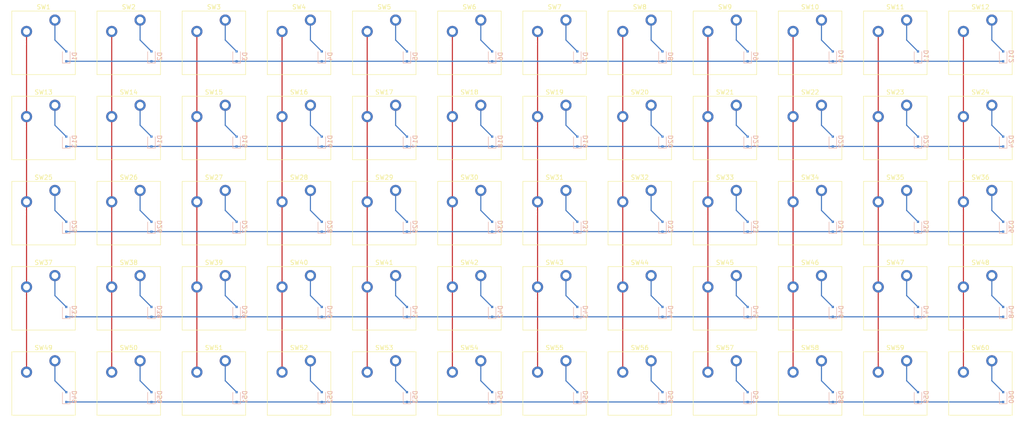
<source format=kicad_pcb>
(kicad_pcb (version 20221018) (generator pcbnew)
  (layers (0 "F.Cu" signal) (31 "B.Cu" signal) (34 "B.Paste" user) (35 "F.Paste" user) (36 "B.SilkS" user "B.Silkscreen") (37 "F.SilkS" user "F.Silkscreen") (38 "B.Mask" user) (39 "F.Mask" user) (44 "Edge.Cuts" user))
  (net 0 "")
  (net 1 "COL0")
  (net 2 "ROW0")
  (net 3 "Net-(D1)-Pad2")
  (net 4 "COL1")
  (net 5 "Net-(D2)-Pad2")
  (net 6 "COL2")
  (net 7 "Net-(D3)-Pad2")
  (net 8 "COL3")
  (net 9 "Net-(D4)-Pad2")
  (net 10 "COL4")
  (net 11 "Net-(D5)-Pad2")
  (net 12 "COL5")
  (net 13 "Net-(D6)-Pad2")
  (net 14 "COL6")
  (net 15 "Net-(D7)-Pad2")
  (net 16 "COL7")
  (net 17 "Net-(D8)-Pad2")
  (net 18 "COL8")
  (net 19 "Net-(D9)-Pad2")
  (net 20 "COL9")
  (net 21 "Net-(D10)-Pad2")
  (net 22 "COL10")
  (net 23 "Net-(D11)-Pad2")
  (net 24 "COL11")
  (net 25 "Net-(D12)-Pad2")
  (net 26 "ROW1")
  (net 27 "Net-(D13)-Pad2")
  (net 28 "Net-(D14)-Pad2")
  (net 29 "Net-(D15)-Pad2")
  (net 30 "Net-(D16)-Pad2")
  (net 31 "Net-(D17)-Pad2")
  (net 32 "Net-(D18)-Pad2")
  (net 33 "Net-(D19)-Pad2")
  (net 34 "Net-(D20)-Pad2")
  (net 35 "Net-(D21)-Pad2")
  (net 36 "Net-(D22)-Pad2")
  (net 37 "Net-(D23)-Pad2")
  (net 38 "Net-(D24)-Pad2")
  (net 39 "ROW2")
  (net 40 "Net-(D25)-Pad2")
  (net 41 "Net-(D26)-Pad2")
  (net 42 "Net-(D27)-Pad2")
  (net 43 "Net-(D28)-Pad2")
  (net 44 "Net-(D29)-Pad2")
  (net 45 "Net-(D30)-Pad2")
  (net 46 "Net-(D31)-Pad2")
  (net 47 "Net-(D32)-Pad2")
  (net 48 "Net-(D33)-Pad2")
  (net 49 "Net-(D34)-Pad2")
  (net 50 "Net-(D35)-Pad2")
  (net 51 "Net-(D36)-Pad2")
  (net 52 "ROW3")
  (net 53 "Net-(D37)-Pad2")
  (net 54 "Net-(D38)-Pad2")
  (net 55 "Net-(D39)-Pad2")
  (net 56 "Net-(D40)-Pad2")
  (net 57 "Net-(D41)-Pad2")
  (net 58 "Net-(D42)-Pad2")
  (net 59 "Net-(D43)-Pad2")
  (net 60 "Net-(D44)-Pad2")
  (net 61 "Net-(D45)-Pad2")
  (net 62 "Net-(D46)-Pad2")
  (net 63 "Net-(D47)-Pad2")
  (net 64 "Net-(D48)-Pad2")
  (net 65 "ROW4")
  (net 66 "Net-(D49)-Pad2")
  (net 67 "Net-(D50)-Pad2")
  (net 68 "Net-(D51)-Pad2")
  (net 69 "Net-(D52)-Pad2")
  (net 70 "Net-(D53)-Pad2")
  (net 71 "Net-(D54)-Pad2")
  (net 72 "Net-(D55)-Pad2")
  (net 73 "Net-(D56)-Pad2")
  (net 74 "Net-(D57)-Pad2")
  (net 75 "Net-(D58)-Pad2")
  (net 76 "Net-(D59)-Pad2")
  (net 77 "Net-(D60)-Pad2")
  (footprint "SW_Cherry_MX_PCB_1.00u" (layer "F.Cu") (at 167.875 34.525)
    (fp_text reference "SW8")
    (fp_text value "SW_Cherry_MX_PCB_1.00u")
  )
  (footprint "SW_Cherry_MX_PCB_1.00u" (layer "F.Cu") (at 91.675 110.725)
    (fp_text reference "SW52")
    (fp_text value "SW_Cherry_MX_PCB_1.00u")
  )
  (footprint "SW_Cherry_MX_PCB_1.00u" (layer "F.Cu") (at 129.775 110.725)
    (fp_text reference "SW54")
    (fp_text value "SW_Cherry_MX_PCB_1.00u")
  )
  (footprint "SW_Cherry_MX_PCB_1.00u" (layer "F.Cu") (at 129.775 53.575)
    (fp_text reference "SW18")
    (fp_text value "SW_Cherry_MX_PCB_1.00u")
  )
  (footprint "SW_Cherry_MX_PCB_1.00u" (layer "F.Cu") (at 53.575 34.525)
    (fp_text reference "SW2")
    (fp_text value "SW_Cherry_MX_PCB_1.00u")
  )
  (footprint "SW_Cherry_MX_PCB_1.00u" (layer "F.Cu") (at 34.525 91.675)
    (fp_text reference "SW37")
    (fp_text value "SW_Cherry_MX_PCB_1.00u")
  )
  (footprint "SW_Cherry_MX_PCB_1.00u" (layer "F.Cu") (at 186.925 34.525)
    (fp_text reference "SW9")
    (fp_text value "SW_Cherry_MX_PCB_1.00u")
  )
  (footprint "SW_Cherry_MX_PCB_1.00u" (layer "F.Cu") (at 225.025 34.525)
    (fp_text reference "SW11")
    (fp_text value "SW_Cherry_MX_PCB_1.00u")
  )
  (footprint "SW_Cherry_MX_PCB_1.00u" (layer "F.Cu") (at 53.575 72.625)
    (fp_text reference "SW26")
    (fp_text value "SW_Cherry_MX_PCB_1.00u")
  )
  (footprint "SW_Cherry_MX_PCB_1.00u" (layer "F.Cu") (at 91.675 53.575)
    (fp_text reference "SW16")
    (fp_text value "SW_Cherry_MX_PCB_1.00u")
  )
  (footprint "SW_Cherry_MX_PCB_1.00u" (layer "F.Cu") (at 34.525 53.575)
    (fp_text reference "SW13")
    (fp_text value "SW_Cherry_MX_PCB_1.00u")
  )
  (footprint "SW_Cherry_MX_PCB_1.00u" (layer "F.Cu") (at 72.625 34.525)
    (fp_text reference "SW3")
    (fp_text value "SW_Cherry_MX_PCB_1.00u")
  )
  (footprint "SW_Cherry_MX_PCB_1.00u" (layer "F.Cu") (at 225.025 91.675)
    (fp_text reference "SW47")
    (fp_text value "SW_Cherry_MX_PCB_1.00u")
  )
  (footprint "SW_Cherry_MX_PCB_1.00u" (layer "F.Cu") (at 244.075 34.525)
    (fp_text reference "SW12")
    (fp_text value "SW_Cherry_MX_PCB_1.00u")
  )
  (footprint "SW_Cherry_MX_PCB_1.00u" (layer "F.Cu") (at 186.925 110.725)
    (fp_text reference "SW57")
    (fp_text value "SW_Cherry_MX_PCB_1.00u")
  )
  (footprint "SW_Cherry_MX_PCB_1.00u" (layer "F.Cu") (at 225.025 53.575)
    (fp_text reference "SW23")
    (fp_text value "SW_Cherry_MX_PCB_1.00u")
  )
  (footprint "SW_Cherry_MX_PCB_1.00u" (layer "F.Cu") (at 91.675 72.625)
    (fp_text reference "SW28")
    (fp_text value "SW_Cherry_MX_PCB_1.00u")
  )
  (footprint "SW_Cherry_MX_PCB_1.00u" (layer "F.Cu") (at 72.625 91.675)
    (fp_text reference "SW39")
    (fp_text value "SW_Cherry_MX_PCB_1.00u")
  )
  (footprint "SW_Cherry_MX_PCB_1.00u" (layer "F.Cu") (at 167.875 53.575)
    (fp_text reference "SW20")
    (fp_text value "SW_Cherry_MX_PCB_1.00u")
  )
  (footprint "SW_Cherry_MX_PCB_1.00u" (layer "F.Cu") (at 53.575 91.675)
    (fp_text reference "SW38")
    (fp_text value "SW_Cherry_MX_PCB_1.00u")
  )
  (footprint "SW_Cherry_MX_PCB_1.00u" (layer "F.Cu") (at 110.725 72.625)
    (fp_text reference "SW29")
    (fp_text value "SW_Cherry_MX_PCB_1.00u")
  )
  (footprint "SW_Cherry_MX_PCB_1.00u" (layer "F.Cu") (at 110.725 91.675)
    (fp_text reference "SW41")
    (fp_text value "SW_Cherry_MX_PCB_1.00u")
  )
  (footprint "SW_Cherry_MX_PCB_1.00u" (layer "F.Cu") (at 148.825 72.625)
    (fp_text reference "SW31")
    (fp_text value "SW_Cherry_MX_PCB_1.00u")
  )
  (footprint "SW_Cherry_MX_PCB_1.00u" (layer "F.Cu") (at 205.975 34.525)
    (fp_text reference "SW10")
    (fp_text value "SW_Cherry_MX_PCB_1.00u")
  )
  (footprint "SW_Cherry_MX_PCB_1.00u" (layer "F.Cu") (at 205.975 53.575)
    (fp_text reference "SW22")
    (fp_text value "SW_Cherry_MX_PCB_1.00u")
  )
  (footprint "SW_Cherry_MX_PCB_1.00u" (layer "F.Cu") (at 129.775 34.525)
    (fp_text reference "SW6")
    (fp_text value "SW_Cherry_MX_PCB_1.00u")
  )
  (footprint "SW_Cherry_MX_PCB_1.00u" (layer "F.Cu") (at 91.675 91.675)
    (fp_text reference "SW40")
    (fp_text value "SW_Cherry_MX_PCB_1.00u")
  )
  (footprint "SW_Cherry_MX_PCB_1.00u" (layer "F.Cu") (at 148.825 110.725)
    (fp_text reference "SW55")
    (fp_text value "SW_Cherry_MX_PCB_1.00u")
  )
  (footprint "SW_Cherry_MX_PCB_1.00u" (layer "F.Cu") (at 129.775 72.625)
    (fp_text reference "SW30")
    (fp_text value "SW_Cherry_MX_PCB_1.00u")
  )
  (footprint "SW_Cherry_MX_PCB_1.00u" (layer "F.Cu") (at 186.925 91.675)
    (fp_text reference "SW45")
    (fp_text value "SW_Cherry_MX_PCB_1.00u")
  )
  (footprint "SW_Cherry_MX_PCB_1.00u" (layer "F.Cu") (at 72.625 72.625)
    (fp_text reference "SW27")
    (fp_text value "SW_Cherry_MX_PCB_1.00u")
  )
  (footprint "SW_Cherry_MX_PCB_1.00u" (layer "F.Cu") (at 34.525 34.525)
    (fp_text reference "SW1")
    (fp_text value "SW_Cherry_MX_PCB_1.00u")
  )
  (footprint "SW_Cherry_MX_PCB_1.00u" (layer "F.Cu") (at 225.025 110.725)
    (fp_text reference "SW59")
    (fp_text value "SW_Cherry_MX_PCB_1.00u")
  )
  (footprint "SW_Cherry_MX_PCB_1.00u" (layer "F.Cu") (at 244.075 91.675)
    (fp_text reference "SW48")
    (fp_text value "SW_Cherry_MX_PCB_1.00u")
  )
  (footprint "SW_Cherry_MX_PCB_1.00u" (layer "F.Cu") (at 148.825 91.675)
    (fp_text reference "SW43")
    (fp_text value "SW_Cherry_MX_PCB_1.00u")
  )
  (footprint "SW_Cherry_MX_PCB_1.00u" (layer "F.Cu") (at 167.875 72.625)
    (fp_text reference "SW32")
    (fp_text value "SW_Cherry_MX_PCB_1.00u")
  )
  (footprint "SW_Cherry_MX_PCB_1.00u" (layer "F.Cu") (at 167.875 110.725)
    (fp_text reference "SW56")
    (fp_text value "SW_Cherry_MX_PCB_1.00u")
  )
  (footprint "SW_Cherry_MX_PCB_1.00u" (layer "F.Cu") (at 244.075 72.625)
    (fp_text reference "SW36")
    (fp_text value "SW_Cherry_MX_PCB_1.00u")
  )
  (footprint "SW_Cherry_MX_PCB_1.00u" (layer "F.Cu") (at 53.575 110.725)
    (fp_text reference "SW50")
    (fp_text value "SW_Cherry_MX_PCB_1.00u")
  )
  (footprint "SW_Cherry_MX_PCB_1.00u" (layer "F.Cu") (at 34.525 110.725)
    (fp_text reference "SW49")
    (fp_text value "SW_Cherry_MX_PCB_1.00u")
  )
  (footprint "SW_Cherry_MX_PCB_1.00u" (layer "F.Cu") (at 205.975 110.725)
    (fp_text reference "SW58")
    (fp_text value "SW_Cherry_MX_PCB_1.00u")
  )
  (footprint "SW_Cherry_MX_PCB_1.00u" (layer "F.Cu") (at 72.625 53.575)
    (fp_text reference "SW15")
    (fp_text value "SW_Cherry_MX_PCB_1.00u")
  )
  (footprint "SW_Cherry_MX_PCB_1.00u" (layer "F.Cu") (at 205.975 91.675)
    (fp_text reference "SW46")
    (fp_text value "SW_Cherry_MX_PCB_1.00u")
  )
  (footprint "SW_Cherry_MX_PCB_1.00u" (layer "F.Cu") (at 186.925 72.625)
    (fp_text reference "SW33")
    (fp_text value "SW_Cherry_MX_PCB_1.00u")
  )
  (footprint "SW_Cherry_MX_PCB_1.00u" (layer "F.Cu") (at 110.725 53.575)
    (fp_text reference "SW17")
    (fp_text value "SW_Cherry_MX_PCB_1.00u")
  )
  (footprint "SW_Cherry_MX_PCB_1.00u" (layer "F.Cu") (at 53.575 53.575)
    (fp_text reference "SW14")
    (fp_text value "SW_Cherry_MX_PCB_1.00u")
  )
  (footprint "SW_Cherry_MX_PCB_1.00u" (layer "F.Cu") (at 34.525 72.625)
    (fp_text reference "SW25")
    (fp_text value "SW_Cherry_MX_PCB_1.00u")
  )
  (footprint "SW_Cherry_MX_PCB_1.00u" (layer "F.Cu") (at 148.825 53.575)
    (fp_text reference "SW19")
    (fp_text value "SW_Cherry_MX_PCB_1.00u")
  )
  (footprint "SW_Cherry_MX_PCB_1.00u" (layer "F.Cu") (at 186.925 53.575)
    (fp_text reference "SW21")
    (fp_text value "SW_Cherry_MX_PCB_1.00u")
  )
  (footprint "SW_Cherry_MX_PCB_1.00u" (layer "F.Cu") (at 110.725 34.525)
    (fp_text reference "SW5")
    (fp_text value "SW_Cherry_MX_PCB_1.00u")
  )
  (footprint "SW_Cherry_MX_PCB_1.00u" (layer "F.Cu") (at 110.725 110.725)
    (fp_text reference "SW53")
    (fp_text value "SW_Cherry_MX_PCB_1.00u")
  )
  (footprint "SW_Cherry_MX_PCB_1.00u" (layer "F.Cu") (at 205.975 72.625)
    (fp_text reference "SW34")
    (fp_text value "SW_Cherry_MX_PCB_1.00u")
  )
  (footprint "SW_Cherry_MX_PCB_1.00u" (layer "F.Cu") (at 167.875 91.675)
    (fp_text reference "SW44")
    (fp_text value "SW_Cherry_MX_PCB_1.00u")
  )
  (footprint "SW_Cherry_MX_PCB_1.00u" (layer "F.Cu") (at 91.675 34.525)
    (fp_text reference "SW4")
    (fp_text value "SW_Cherry_MX_PCB_1.00u")
  )
  (footprint "SW_Cherry_MX_PCB_1.00u" (layer "F.Cu") (at 244.075 53.575)
    (fp_text reference "SW24")
    (fp_text value "SW_Cherry_MX_PCB_1.00u")
  )
  (footprint "SW_Cherry_MX_PCB_1.00u" (layer "F.Cu") (at 72.625 110.725)
    (fp_text reference "SW51")
    (fp_text value "SW_Cherry_MX_PCB_1.00u")
  )
  (footprint "SW_Cherry_MX_PCB_1.00u" (layer "F.Cu") (at 148.825 34.525)
    (fp_text reference "SW7")
    (fp_text value "SW_Cherry_MX_PCB_1.00u")
  )
  (footprint "SW_Cherry_MX_PCB_1.00u" (layer "F.Cu") (at 244.075 110.725)
    (fp_text reference "SW60")
    (fp_text value "SW_Cherry_MX_PCB_1.00u")
  )
  (footprint "SW_Cherry_MX_PCB_1.00u" (layer "F.Cu") (at 129.775 91.675)
    (fp_text reference "SW42")
    (fp_text value "SW_Cherry_MX_PCB_1.00u")
  )
  (footprint "SW_Cherry_MX_PCB_1.00u" (layer "F.Cu") (at 225.025 72.625)
    (fp_text reference "SW35")
    (fp_text value "SW_Cherry_MX_PCB_1.00u")
  )
  (footprint "D_SOD-323F" (layer "B.Cu") (at 172.955 94.705 90)
    (fp_text reference "D44")
    (fp_text value "D_SOD-323F")
  )
  (footprint "D_SOD-323F" (layer "B.Cu") (at 192.005 56.605 90)
    (fp_text reference "D21")
    (fp_text value "D_SOD-323F")
  )
  (footprint "D_SOD-323F" (layer "B.Cu") (at 134.855 37.555 90)
    (fp_text reference "D6")
    (fp_text value "D_SOD-323F")
  )
  (footprint "D_SOD-323F" (layer "B.Cu") (at 77.705 75.655 90)
    (fp_text reference "D27")
    (fp_text value "D_SOD-323F")
  )
  (footprint "D_SOD-323F" (layer "B.Cu") (at 192.005 75.655 90)
    (fp_text reference "D33")
    (fp_text value "D_SOD-323F")
  )
  (footprint "D_SOD-323F" (layer "B.Cu") (at 39.605 113.755 90)
    (fp_text reference "D49")
    (fp_text value "D_SOD-323F")
  )
  (footprint "D_SOD-323F" (layer "B.Cu") (at 77.705 37.555 90)
    (fp_text reference "D3")
    (fp_text value "D_SOD-323F")
  )
  (footprint "D_SOD-323F" (layer "B.Cu") (at 211.055 94.705 90)
    (fp_text reference "D46")
    (fp_text value "D_SOD-323F")
  )
  (footprint "D_SOD-323F" (layer "B.Cu") (at 211.055 113.755 90)
    (fp_text reference "D58")
    (fp_text value "D_SOD-323F")
  )
  (footprint "D_SOD-323F" (layer "B.Cu") (at 230.105 75.655 90)
    (fp_text reference "D35")
    (fp_text value "D_SOD-323F")
  )
  (footprint "D_SOD-323F" (layer "B.Cu") (at 39.605 94.705 90)
    (fp_text reference "D37")
    (fp_text value "D_SOD-323F")
  )
  (footprint "D_SOD-323F" (layer "B.Cu") (at 153.905 94.705 90)
    (fp_text reference "D43")
    (fp_text value "D_SOD-323F")
  )
  (footprint "D_SOD-323F" (layer "B.Cu") (at 192.005 37.555 90)
    (fp_text reference "D9")
    (fp_text value "D_SOD-323F")
  )
  (footprint "D_SOD-323F" (layer "B.Cu") (at 115.805 113.755 90)
    (fp_text reference "D53")
    (fp_text value "D_SOD-323F")
  )
  (footprint "D_SOD-323F" (layer "B.Cu") (at 230.105 113.755 90)
    (fp_text reference "D59")
    (fp_text value "D_SOD-323F")
  )
  (footprint "D_SOD-323F" (layer "B.Cu") (at 134.855 94.705 90)
    (fp_text reference "D42")
    (fp_text value "D_SOD-323F")
  )
  (footprint "D_SOD-323F" (layer "B.Cu") (at 96.755 37.555 90)
    (fp_text reference "D4")
    (fp_text value "D_SOD-323F")
  )
  (footprint "D_SOD-323F" (layer "B.Cu") (at 39.605 37.555 90)
    (fp_text reference "D1")
    (fp_text value "D_SOD-323F")
  )
  (footprint "D_SOD-323F" (layer "B.Cu") (at 153.905 113.755 90)
    (fp_text reference "D55")
    (fp_text value "D_SOD-323F")
  )
  (footprint "D_SOD-323F" (layer "B.Cu") (at 230.105 37.555 90)
    (fp_text reference "D11")
    (fp_text value "D_SOD-323F")
  )
  (footprint "D_SOD-323F" (layer "B.Cu") (at 249.155 56.605 90)
    (fp_text reference "D24")
    (fp_text value "D_SOD-323F")
  )
  (footprint "D_SOD-323F" (layer "B.Cu") (at 172.955 113.755 90)
    (fp_text reference "D56")
    (fp_text value "D_SOD-323F")
  )
  (footprint "D_SOD-323F" (layer "B.Cu") (at 211.055 37.555 90)
    (fp_text reference "D10")
    (fp_text value "D_SOD-323F")
  )
  (footprint "D_SOD-323F" (layer "B.Cu") (at 58.655 37.555 90)
    (fp_text reference "D2")
    (fp_text value "D_SOD-323F")
  )
  (footprint "D_SOD-323F" (layer "B.Cu") (at 96.755 75.655 90)
    (fp_text reference "D28")
    (fp_text value "D_SOD-323F")
  )
  (footprint "D_SOD-323F" (layer "B.Cu") (at 249.155 37.555 90)
    (fp_text reference "D12")
    (fp_text value "D_SOD-323F")
  )
  (footprint "D_SOD-323F" (layer "B.Cu") (at 58.655 75.655 90)
    (fp_text reference "D26")
    (fp_text value "D_SOD-323F")
  )
  (footprint "D_SOD-323F" (layer "B.Cu") (at 249.155 113.755 90)
    (fp_text reference "D60")
    (fp_text value "D_SOD-323F")
  )
  (footprint "D_SOD-323F" (layer "B.Cu") (at 211.055 56.605 90)
    (fp_text reference "D22")
    (fp_text value "D_SOD-323F")
  )
  (footprint "D_SOD-323F" (layer "B.Cu") (at 77.705 56.605 90)
    (fp_text reference "D15")
    (fp_text value "D_SOD-323F")
  )
  (footprint "D_SOD-323F" (layer "B.Cu") (at 134.855 75.655 90)
    (fp_text reference "D30")
    (fp_text value "D_SOD-323F")
  )
  (footprint "D_SOD-323F" (layer "B.Cu") (at 153.905 37.555 90)
    (fp_text reference "D7")
    (fp_text value "D_SOD-323F")
  )
  (footprint "D_SOD-323F" (layer "B.Cu") (at 115.805 56.605 90)
    (fp_text reference "D17")
    (fp_text value "D_SOD-323F")
  )
  (footprint "D_SOD-323F" (layer "B.Cu") (at 39.605 56.605 90)
    (fp_text reference "D13")
    (fp_text value "D_SOD-323F")
  )
  (footprint "D_SOD-323F" (layer "B.Cu") (at 96.755 56.605 90)
    (fp_text reference "D16")
    (fp_text value "D_SOD-323F")
  )
  (footprint "D_SOD-323F" (layer "B.Cu") (at 58.655 56.605 90)
    (fp_text reference "D14")
    (fp_text value "D_SOD-323F")
  )
  (footprint "D_SOD-323F" (layer "B.Cu") (at 172.955 75.655 90)
    (fp_text reference "D32")
    (fp_text value "D_SOD-323F")
  )
  (footprint "D_SOD-323F" (layer "B.Cu") (at 211.055 75.655 90)
    (fp_text reference "D34")
    (fp_text value "D_SOD-323F")
  )
  (footprint "D_SOD-323F" (layer "B.Cu") (at 115.805 94.705 90)
    (fp_text reference "D41")
    (fp_text value "D_SOD-323F")
  )
  (footprint "D_SOD-323F" (layer "B.Cu") (at 249.155 94.705 90)
    (fp_text reference "D48")
    (fp_text value "D_SOD-323F")
  )
  (footprint "D_SOD-323F" (layer "B.Cu") (at 153.905 56.605 90)
    (fp_text reference "D19")
    (fp_text value "D_SOD-323F")
  )
  (footprint "D_SOD-323F" (layer "B.Cu") (at 58.655 113.755 90)
    (fp_text reference "D50")
    (fp_text value "D_SOD-323F")
  )
  (footprint "D_SOD-323F" (layer "B.Cu") (at 58.655 94.705 90)
    (fp_text reference "D38")
    (fp_text value "D_SOD-323F")
  )
  (footprint "D_SOD-323F" (layer "B.Cu") (at 115.805 37.555 90)
    (fp_text reference "D5")
    (fp_text value "D_SOD-323F")
  )
  (footprint "D_SOD-323F" (layer "B.Cu") (at 192.005 94.705 90)
    (fp_text reference "D45")
    (fp_text value "D_SOD-323F")
  )
  (footprint "D_SOD-323F" (layer "B.Cu") (at 96.755 94.705 90)
    (fp_text reference "D40")
    (fp_text value "D_SOD-323F")
  )
  (footprint "D_SOD-323F" (layer "B.Cu") (at 172.955 37.555 90)
    (fp_text reference "D8")
    (fp_text value "D_SOD-323F")
  )
  (footprint "D_SOD-323F" (layer "B.Cu") (at 172.955 56.605 90)
    (fp_text reference "D20")
    (fp_text value "D_SOD-323F")
  )
  (footprint "D_SOD-323F" (layer "B.Cu") (at 230.105 56.605 90)
    (fp_text reference "D23")
    (fp_text value "D_SOD-323F")
  )
  (footprint "D_SOD-323F" (layer "B.Cu") (at 192.005 113.755 90)
    (fp_text reference "D57")
    (fp_text value "D_SOD-323F")
  )
  (footprint "D_SOD-323F" (layer "B.Cu") (at 134.855 113.755 90)
    (fp_text reference "D54")
    (fp_text value "D_SOD-323F")
  )
  (footprint "D_SOD-323F" (layer "B.Cu") (at 115.805 75.655 90)
    (fp_text reference "D29")
    (fp_text value "D_SOD-323F")
  )
  (footprint "D_SOD-323F" (layer "B.Cu") (at 77.705 113.755 90)
    (fp_text reference "D51")
    (fp_text value "D_SOD-323F")
  )
  (footprint "D_SOD-323F" (layer "B.Cu") (at 96.755 113.755 90)
    (fp_text reference "D52")
    (fp_text value "D_SOD-323F")
  )
  (footprint "D_SOD-323F" (layer "B.Cu") (at 249.155 75.655 90)
    (fp_text reference "D36")
    (fp_text value "D_SOD-323F")
  )
  (footprint "D_SOD-323F" (layer "B.Cu") (at 77.705 94.705 90)
    (fp_text reference "D39")
    (fp_text value "D_SOD-323F")
  )
  (footprint "D_SOD-323F" (layer "B.Cu") (at 134.855 56.605 90)
    (fp_text reference "D18")
    (fp_text value "D_SOD-323F")
  )
  (footprint "D_SOD-323F" (layer "B.Cu") (at 230.105 94.705 90)
    (fp_text reference "D47")
    (fp_text value "D_SOD-323F")
  )
  (footprint "D_SOD-323F" (layer "B.Cu") (at 153.905 75.655 90)
    (fp_text reference "D31")
    (fp_text value "D_SOD-323F")
  )
  (footprint "D_SOD-323F" (layer "B.Cu") (at 39.605 75.655 90)
    (fp_text reference "D25")
    (fp_text value "D_SOD-323F")
  )
  (segment (start 30.715 51.035) (end 30.715 70.085) (width 0.25) (layer "F.Cu") (net 1))
  (segment (start 30.715 70.085) (end 30.715 89.135) (width 0.25) (layer "F.Cu") (net 1))
  (segment (start 30.715 89.135) (end 30.715 108.185) (width 0.25) (layer "F.Cu") (net 1))
  (segment (start 30.715 31.985) (end 30.715 51.035) (width 0.25) (layer "F.Cu") (net 1))
  (segment (start 211.055 38.655) (end 230.105 38.655) (width 0.25) (layer "B.Cu") (net 2))
  (segment (start 192.005 38.655) (end 211.055 38.655) (width 0.25) (layer "B.Cu") (net 2))
  (segment (start 172.955 38.655) (end 192.005 38.655) (width 0.25) (layer "B.Cu") (net 2))
  (segment (start 96.755 38.655) (end 115.805 38.655) (width 0.25) (layer "B.Cu") (net 2))
  (segment (start 230.105 38.655) (end 249.155 38.655) (width 0.25) (layer "B.Cu") (net 2))
  (segment (start 115.805 38.655) (end 134.855 38.655) (width 0.25) (layer "B.Cu") (net 2))
  (segment (start 39.605 38.655) (end 58.655 38.655) (width 0.25) (layer "B.Cu") (net 2))
  (segment (start 58.655 38.655) (end 77.705 38.655) (width 0.25) (layer "B.Cu") (net 2))
  (segment (start 153.905 38.655) (end 172.955 38.655) (width 0.25) (layer "B.Cu") (net 2))
  (segment (start 77.705 38.655) (end 96.755 38.655) (width 0.25) (layer "B.Cu") (net 2))
  (segment (start 134.855 38.655) (end 153.905 38.655) (width 0.25) (layer "B.Cu") (net 2))
  (segment (start 37.065 29.445) (end 37.065 33.915) (width 0.25) (layer "B.Cu") (net 3))
  (segment (start 37.065 33.915) (end 39.605 36.455) (width 0.25) (layer "B.Cu") (net 3))
  (segment (start 49.765 70.085) (end 49.765 89.135) (width 0.25) (layer "F.Cu") (net 4))
  (segment (start 49.765 89.135) (end 49.765 108.185) (width 0.25) (layer "F.Cu") (net 4))
  (segment (start 49.765 31.985) (end 49.765 51.035) (width 0.25) (layer "F.Cu") (net 4))
  (segment (start 49.765 51.035) (end 49.765 70.085) (width 0.25) (layer "F.Cu") (net 4))
  (segment (start 56.115 29.445) (end 56.115 33.915) (width 0.25) (layer "B.Cu") (net 5))
  (segment (start 56.115 33.915) (end 58.655 36.455) (width 0.25) (layer "B.Cu") (net 5))
  (segment (start 68.815 31.985) (end 68.815 51.035) (width 0.25) (layer "F.Cu") (net 6))
  (segment (start 68.815 70.085) (end 68.815 89.135) (width 0.25) (layer "F.Cu") (net 6))
  (segment (start 68.815 89.135) (end 68.815 108.185) (width 0.25) (layer "F.Cu") (net 6))
  (segment (start 68.815 51.035) (end 68.815 70.085) (width 0.25) (layer "F.Cu") (net 6))
  (segment (start 75.165 29.445) (end 75.165 33.915) (width 0.25) (layer "B.Cu") (net 7))
  (segment (start 75.165 33.915) (end 77.705 36.455) (width 0.25) (layer "B.Cu") (net 7))
  (segment (start 87.865 89.135) (end 87.865 108.185) (width 0.25) (layer "F.Cu") (net 8))
  (segment (start 87.865 51.035) (end 87.865 70.085) (width 0.25) (layer "F.Cu") (net 8))
  (segment (start 87.865 31.985) (end 87.865 51.035) (width 0.25) (layer "F.Cu") (net 8))
  (segment (start 87.865 70.085) (end 87.865 89.135) (width 0.25) (layer "F.Cu") (net 8))
  (segment (start 94.215 29.445) (end 94.215 33.915) (width 0.25) (layer "B.Cu") (net 9))
  (segment (start 94.215 33.915) (end 96.755 36.455) (width 0.25) (layer "B.Cu") (net 9))
  (segment (start 106.915 51.035) (end 106.915 70.085) (width 0.25) (layer "F.Cu") (net 10))
  (segment (start 106.915 89.135) (end 106.915 108.185) (width 0.25) (layer "F.Cu") (net 10))
  (segment (start 106.915 31.985) (end 106.915 51.035) (width 0.25) (layer "F.Cu") (net 10))
  (segment (start 106.915 70.085) (end 106.915 89.135) (width 0.25) (layer "F.Cu") (net 10))
  (segment (start 113.265 33.915) (end 115.805 36.455) (width 0.25) (layer "B.Cu") (net 11))
  (segment (start 113.265 29.445) (end 113.265 33.915) (width 0.25) (layer "B.Cu") (net 11))
  (segment (start 125.965 89.135) (end 125.965 108.185) (width 0.25) (layer "F.Cu") (net 12))
  (segment (start 125.965 70.085) (end 125.965 89.135) (width 0.25) (layer "F.Cu") (net 12))
  (segment (start 125.965 51.035) (end 125.965 70.085) (width 0.25) (layer "F.Cu") (net 12))
  (segment (start 125.965 31.985) (end 125.965 51.035) (width 0.25) (layer "F.Cu") (net 12))
  (segment (start 132.315 33.915) (end 134.855 36.455) (width 0.25) (layer "B.Cu") (net 13))
  (segment (start 132.315 29.445) (end 132.315 33.915) (width 0.25) (layer "B.Cu") (net 13))
  (segment (start 145.015 89.135) (end 145.015 108.185) (width 0.25) (layer "F.Cu") (net 14))
  (segment (start 145.015 31.985) (end 145.015 51.035) (width 0.25) (layer "F.Cu") (net 14))
  (segment (start 145.015 70.085) (end 145.015 89.135) (width 0.25) (layer "F.Cu") (net 14))
  (segment (start 145.015 51.035) (end 145.015 70.085) (width 0.25) (layer "F.Cu") (net 14))
  (segment (start 151.365 29.445) (end 151.365 33.915) (width 0.25) (layer "B.Cu") (net 15))
  (segment (start 151.365 33.915) (end 153.905 36.455) (width 0.25) (layer "B.Cu") (net 15))
  (segment (start 164.065 89.135) (end 164.065 108.185) (width 0.25) (layer "F.Cu") (net 16))
  (segment (start 164.065 31.985) (end 164.065 51.035) (width 0.25) (layer "F.Cu") (net 16))
  (segment (start 164.065 70.085) (end 164.065 89.135) (width 0.25) (layer "F.Cu") (net 16))
  (segment (start 164.065 51.035) (end 164.065 70.085) (width 0.25) (layer "F.Cu") (net 16))
  (segment (start 170.415 33.915) (end 172.955 36.455) (width 0.25) (layer "B.Cu") (net 17))
  (segment (start 170.415 29.445) (end 170.415 33.915) (width 0.25) (layer "B.Cu") (net 17))
  (segment (start 183.115 31.985) (end 183.115 51.035) (width 0.25) (layer "F.Cu") (net 18))
  (segment (start 183.115 89.135) (end 183.115 108.185) (width 0.25) (layer "F.Cu") (net 18))
  (segment (start 183.115 51.035) (end 183.115 70.085) (width 0.25) (layer "F.Cu") (net 18))
  (segment (start 183.115 70.085) (end 183.115 89.135) (width 0.25) (layer "F.Cu") (net 18))
  (segment (start 189.465 33.915) (end 192.005 36.455) (width 0.25) (layer "B.Cu") (net 19))
  (segment (start 189.465 29.445) (end 189.465 33.915) (width 0.25) (layer "B.Cu") (net 19))
  (segment (start 202.165 70.085) (end 202.165 89.135) (width 0.25) (layer "F.Cu") (net 20))
  (segment (start 202.165 31.985) (end 202.165 51.035) (width 0.25) (layer "F.Cu") (net 20))
  (segment (start 202.165 89.135) (end 202.165 108.185) (width 0.25) (layer "F.Cu") (net 20))
  (segment (start 202.165 51.035) (end 202.165 70.085) (width 0.25) (layer "F.Cu") (net 20))
  (segment (start 208.515 29.445) (end 208.515 33.915) (width 0.25) (layer "B.Cu") (net 21))
  (segment (start 208.515 33.915) (end 211.055 36.455) (width 0.25) (layer "B.Cu") (net 21))
  (segment (start 221.215 51.035) (end 221.215 70.085) (width 0.25) (layer "F.Cu") (net 22))
  (segment (start 221.215 31.985) (end 221.215 51.035) (width 0.25) (layer "F.Cu") (net 22))
  (segment (start 221.215 89.135) (end 221.215 108.185) (width 0.25) (layer "F.Cu") (net 22))
  (segment (start 221.215 70.085) (end 221.215 89.135) (width 0.25) (layer "F.Cu") (net 22))
  (segment (start 227.565 29.445) (end 227.565 33.915) (width 0.25) (layer "B.Cu") (net 23))
  (segment (start 227.565 33.915) (end 230.105 36.455) (width 0.25) (layer "B.Cu") (net 23))
  (segment (start 240.265 70.085) (end 240.265 89.135) (width 0.25) (layer "F.Cu") (net 24))
  (segment (start 240.265 89.135) (end 240.265 108.185) (width 0.25) (layer "F.Cu") (net 24))
  (segment (start 240.265 51.035) (end 240.265 70.085) (width 0.25) (layer "F.Cu") (net 24))
  (segment (start 240.265 31.985) (end 240.265 51.035) (width 0.25) (layer "F.Cu") (net 24))
  (segment (start 246.615 33.915) (end 249.155 36.455) (width 0.25) (layer "B.Cu") (net 25))
  (segment (start 246.615 29.445) (end 246.615 33.915) (width 0.25) (layer "B.Cu") (net 25))
  (segment (start 153.905 57.705) (end 172.955 57.705) (width 0.25) (layer "B.Cu") (net 26))
  (segment (start 230.105 57.705) (end 249.155 57.705) (width 0.25) (layer "B.Cu") (net 26))
  (segment (start 172.955 57.705) (end 192.005 57.705) (width 0.25) (layer "B.Cu") (net 26))
  (segment (start 39.605 57.705) (end 58.655 57.705) (width 0.25) (layer "B.Cu") (net 26))
  (segment (start 134.855 57.705) (end 153.905 57.705) (width 0.25) (layer "B.Cu") (net 26))
  (segment (start 192.005 57.705) (end 211.055 57.705) (width 0.25) (layer "B.Cu") (net 26))
  (segment (start 58.655 57.705) (end 77.705 57.705) (width 0.25) (layer "B.Cu") (net 26))
  (segment (start 96.755 57.705) (end 115.805 57.705) (width 0.25) (layer "B.Cu") (net 26))
  (segment (start 211.055 57.705) (end 230.105 57.705) (width 0.25) (layer "B.Cu") (net 26))
  (segment (start 115.805 57.705) (end 134.855 57.705) (width 0.25) (layer "B.Cu") (net 26))
  (segment (start 77.705 57.705) (end 96.755 57.705) (width 0.25) (layer "B.Cu") (net 26))
  (segment (start 37.065 48.495) (end 37.065 52.965) (width 0.25) (layer "B.Cu") (net 27))
  (segment (start 37.065 52.965) (end 39.605 55.505) (width 0.25) (layer "B.Cu") (net 27))
  (segment (start 56.115 52.965) (end 58.655 55.505) (width 0.25) (layer "B.Cu") (net 28))
  (segment (start 56.115 48.495) (end 56.115 52.965) (width 0.25) (layer "B.Cu") (net 28))
  (segment (start 75.165 48.495) (end 75.165 52.965) (width 0.25) (layer "B.Cu") (net 29))
  (segment (start 75.165 52.965) (end 77.705 55.505) (width 0.25) (layer "B.Cu") (net 29))
  (segment (start 94.215 52.965) (end 96.755 55.505) (width 0.25) (layer "B.Cu") (net 30))
  (segment (start 94.215 48.495) (end 94.215 52.965) (width 0.25) (layer "B.Cu") (net 30))
  (segment (start 113.265 52.965) (end 115.805 55.505) (width 0.25) (layer "B.Cu") (net 31))
  (segment (start 113.265 48.495) (end 113.265 52.965) (width 0.25) (layer "B.Cu") (net 31))
  (segment (start 132.315 48.495) (end 132.315 52.965) (width 0.25) (layer "B.Cu") (net 32))
  (segment (start 132.315 52.965) (end 134.855 55.505) (width 0.25) (layer "B.Cu") (net 32))
  (segment (start 151.365 52.965) (end 153.905 55.505) (width 0.25) (layer "B.Cu") (net 33))
  (segment (start 151.365 48.495) (end 151.365 52.965) (width 0.25) (layer "B.Cu") (net 33))
  (segment (start 170.415 52.965) (end 172.955 55.505) (width 0.25) (layer "B.Cu") (net 34))
  (segment (start 170.415 48.495) (end 170.415 52.965) (width 0.25) (layer "B.Cu") (net 34))
  (segment (start 189.465 52.965) (end 192.005 55.505) (width 0.25) (layer "B.Cu") (net 35))
  (segment (start 189.465 48.495) (end 189.465 52.965) (width 0.25) (layer "B.Cu") (net 35))
  (segment (start 208.515 48.495) (end 208.515 52.965) (width 0.25) (layer "B.Cu") (net 36))
  (segment (start 208.515 52.965) (end 211.055 55.505) (width 0.25) (layer "B.Cu") (net 36))
  (segment (start 227.565 48.495) (end 227.565 52.965) (width 0.25) (layer "B.Cu") (net 37))
  (segment (start 227.565 52.965) (end 230.105 55.505) (width 0.25) (layer "B.Cu") (net 37))
  (segment (start 246.615 48.495) (end 246.615 52.965) (width 0.25) (layer "B.Cu") (net 38))
  (segment (start 246.615 52.965) (end 249.155 55.505) (width 0.25) (layer "B.Cu") (net 38))
  (segment (start 211.055 76.755) (end 230.105 76.755) (width 0.25) (layer "B.Cu") (net 39))
  (segment (start 192.005 76.755) (end 211.055 76.755) (width 0.25) (layer "B.Cu") (net 39))
  (segment (start 96.755 76.755) (end 115.805 76.755) (width 0.25) (layer "B.Cu") (net 39))
  (segment (start 77.705 76.755) (end 96.755 76.755) (width 0.25) (layer "B.Cu") (net 39))
  (segment (start 134.855 76.755) (end 153.905 76.755) (width 0.25) (layer "B.Cu") (net 39))
  (segment (start 39.605 76.755) (end 58.655 76.755) (width 0.25) (layer "B.Cu") (net 39))
  (segment (start 58.655 76.755) (end 77.705 76.755) (width 0.25) (layer "B.Cu") (net 39))
  (segment (start 153.905 76.755) (end 172.955 76.755) (width 0.25) (layer "B.Cu") (net 39))
  (segment (start 230.105 76.755) (end 249.155 76.755) (width 0.25) (layer "B.Cu") (net 39))
  (segment (start 172.955 76.755) (end 192.005 76.755) (width 0.25) (layer "B.Cu") (net 39))
  (segment (start 115.805 76.755) (end 134.855 76.755) (width 0.25) (layer "B.Cu") (net 39))
  (segment (start 37.065 72.015) (end 39.605 74.555) (width 0.25) (layer "B.Cu") (net 40))
  (segment (start 37.065 67.545) (end 37.065 72.015) (width 0.25) (layer "B.Cu") (net 40))
  (segment (start 56.115 67.545) (end 56.115 72.015) (width 0.25) (layer "B.Cu") (net 41))
  (segment (start 56.115 72.015) (end 58.655 74.555) (width 0.25) (layer "B.Cu") (net 41))
  (segment (start 75.165 72.015) (end 77.705 74.555) (width 0.25) (layer "B.Cu") (net 42))
  (segment (start 75.165 67.545) (end 75.165 72.015) (width 0.25) (layer "B.Cu") (net 42))
  (segment (start 94.215 72.015) (end 96.755 74.555) (width 0.25) (layer "B.Cu") (net 43))
  (segment (start 94.215 67.545) (end 94.215 72.015) (width 0.25) (layer "B.Cu") (net 43))
  (segment (start 113.265 72.015) (end 115.805 74.555) (width 0.25) (layer "B.Cu") (net 44))
  (segment (start 113.265 67.545) (end 113.265 72.015) (width 0.25) (layer "B.Cu") (net 44))
  (segment (start 132.315 67.545) (end 132.315 72.015) (width 0.25) (layer "B.Cu") (net 45))
  (segment (start 132.315 72.015) (end 134.855 74.555) (width 0.25) (layer "B.Cu") (net 45))
  (segment (start 151.365 67.545) (end 151.365 72.015) (width 0.25) (layer "B.Cu") (net 46))
  (segment (start 151.365 72.015) (end 153.905 74.555) (width 0.25) (layer "B.Cu") (net 46))
  (segment (start 170.415 67.545) (end 170.415 72.015) (width 0.25) (layer "B.Cu") (net 47))
  (segment (start 170.415 72.015) (end 172.955 74.555) (width 0.25) (layer "B.Cu") (net 47))
  (segment (start 189.465 72.015) (end 192.005 74.555) (width 0.25) (layer "B.Cu") (net 48))
  (segment (start 189.465 67.545) (end 189.465 72.015) (width 0.25) (layer "B.Cu") (net 48))
  (segment (start 208.515 72.015) (end 211.055 74.555) (width 0.25) (layer "B.Cu") (net 49))
  (segment (start 208.515 67.545) (end 208.515 72.015) (width 0.25) (layer "B.Cu") (net 49))
  (segment (start 227.565 67.545) (end 227.565 72.015) (width 0.25) (layer "B.Cu") (net 50))
  (segment (start 227.565 72.015) (end 230.105 74.555) (width 0.25) (layer "B.Cu") (net 50))
  (segment (start 246.615 72.015) (end 249.155 74.555) (width 0.25) (layer "B.Cu") (net 51))
  (segment (start 246.615 67.545) (end 246.615 72.015) (width 0.25) (layer "B.Cu") (net 51))
  (segment (start 77.705 95.805) (end 96.755 95.805) (width 0.25) (layer "B.Cu") (net 52))
  (segment (start 58.655 95.805) (end 77.705 95.805) (width 0.25) (layer "B.Cu") (net 52))
  (segment (start 172.955 95.805) (end 192.005 95.805) (width 0.25) (layer "B.Cu") (net 52))
  (segment (start 134.855 95.805) (end 153.905 95.805) (width 0.25) (layer "B.Cu") (net 52))
  (segment (start 211.055 95.805) (end 230.105 95.805) (width 0.25) (layer "B.Cu") (net 52))
  (segment (start 153.905 95.805) (end 172.955 95.805) (width 0.25) (layer "B.Cu") (net 52))
  (segment (start 39.605 95.805) (end 58.655 95.805) (width 0.25) (layer "B.Cu") (net 52))
  (segment (start 115.805 95.805) (end 134.855 95.805) (width 0.25) (layer "B.Cu") (net 52))
  (segment (start 230.105 95.805) (end 249.155 95.805) (width 0.25) (layer "B.Cu") (net 52))
  (segment (start 192.005 95.805) (end 211.055 95.805) (width 0.25) (layer "B.Cu") (net 52))
  (segment (start 96.755 95.805) (end 115.805 95.805) (width 0.25) (layer "B.Cu") (net 52))
  (segment (start 37.065 86.595) (end 37.065 91.065) (width 0.25) (layer "B.Cu") (net 53))
  (segment (start 37.065 91.065) (end 39.605 93.605) (width 0.25) (layer "B.Cu") (net 53))
  (segment (start 56.115 86.595) (end 56.115 91.065) (width 0.25) (layer "B.Cu") (net 54))
  (segment (start 56.115 91.065) (end 58.655 93.605) (width 0.25) (layer "B.Cu") (net 54))
  (segment (start 75.165 91.065) (end 77.705 93.605) (width 0.25) (layer "B.Cu") (net 55))
  (segment (start 75.165 86.595) (end 75.165 91.065) (width 0.25) (layer "B.Cu") (net 55))
  (segment (start 94.215 86.595) (end 94.215 91.065) (width 0.25) (layer "B.Cu") (net 56))
  (segment (start 94.215 91.065) (end 96.755 93.605) (width 0.25) (layer "B.Cu") (net 56))
  (segment (start 113.265 91.065) (end 115.805 93.605) (width 0.25) (layer "B.Cu") (net 57))
  (segment (start 113.265 86.595) (end 113.265 91.065) (width 0.25) (layer "B.Cu") (net 57))
  (segment (start 132.315 91.065) (end 134.855 93.605) (width 0.25) (layer "B.Cu") (net 58))
  (segment (start 132.315 86.595) (end 132.315 91.065) (width 0.25) (layer "B.Cu") (net 58))
  (segment (start 151.365 86.595) (end 151.365 91.065) (width 0.25) (layer "B.Cu") (net 59))
  (segment (start 151.365 91.065) (end 153.905 93.605) (width 0.25) (layer "B.Cu") (net 59))
  (segment (start 170.415 86.595) (end 170.415 91.065) (width 0.25) (layer "B.Cu") (net 60))
  (segment (start 170.415 91.065) (end 172.955 93.605) (width 0.25) (layer "B.Cu") (net 60))
  (segment (start 189.465 91.065) (end 192.005 93.605) (width 0.25) (layer "B.Cu") (net 61))
  (segment (start 189.465 86.595) (end 189.465 91.065) (width 0.25) (layer "B.Cu") (net 61))
  (segment (start 208.515 91.065) (end 211.055 93.605) (width 0.25) (layer "B.Cu") (net 62))
  (segment (start 208.515 86.595) (end 208.515 91.065) (width 0.25) (layer "B.Cu") (net 62))
  (segment (start 227.565 91.065) (end 230.105 93.605) (width 0.25) (layer "B.Cu") (net 63))
  (segment (start 227.565 86.595) (end 227.565 91.065) (width 0.25) (layer "B.Cu") (net 63))
  (segment (start 246.615 86.595) (end 246.615 91.065) (width 0.25) (layer "B.Cu") (net 64))
  (segment (start 246.615 91.065) (end 249.155 93.605) (width 0.25) (layer "B.Cu") (net 64))
  (segment (start 39.605 114.855) (end 58.655 114.855) (width 0.25) (layer "B.Cu") (net 65))
  (segment (start 230.105 114.855) (end 249.155 114.855) (width 0.25) (layer "B.Cu") (net 65))
  (segment (start 77.705 114.855) (end 96.755 114.855) (width 0.25) (layer "B.Cu") (net 65))
  (segment (start 96.755 114.855) (end 115.805 114.855) (width 0.25) (layer "B.Cu") (net 65))
  (segment (start 115.805 114.855) (end 134.855 114.855) (width 0.25) (layer "B.Cu") (net 65))
  (segment (start 192.005 114.855) (end 211.055 114.855) (width 0.25) (layer "B.Cu") (net 65))
  (segment (start 153.905 114.855) (end 172.955 114.855) (width 0.25) (layer "B.Cu") (net 65))
  (segment (start 58.655 114.855) (end 77.705 114.855) (width 0.25) (layer "B.Cu") (net 65))
  (segment (start 211.055 114.855) (end 230.105 114.855) (width 0.25) (layer "B.Cu") (net 65))
  (segment (start 134.855 114.855) (end 153.905 114.855) (width 0.25) (layer "B.Cu") (net 65))
  (segment (start 172.955 114.855) (end 192.005 114.855) (width 0.25) (layer "B.Cu") (net 65))
  (segment (start 37.065 105.645) (end 37.065 110.115) (width 0.25) (layer "B.Cu") (net 66))
  (segment (start 37.065 110.115) (end 39.605 112.655) (width 0.25) (layer "B.Cu") (net 66))
  (segment (start 56.115 110.115) (end 58.655 112.655) (width 0.25) (layer "B.Cu") (net 67))
  (segment (start 56.115 105.645) (end 56.115 110.115) (width 0.25) (layer "B.Cu") (net 67))
  (segment (start 75.165 110.115) (end 77.705 112.655) (width 0.25) (layer "B.Cu") (net 68))
  (segment (start 75.165 105.645) (end 75.165 110.115) (width 0.25) (layer "B.Cu") (net 68))
  (segment (start 94.215 105.645) (end 94.215 110.115) (width 0.25) (layer "B.Cu") (net 69))
  (segment (start 94.215 110.115) (end 96.755 112.655) (width 0.25) (layer "B.Cu") (net 69))
  (segment (start 113.265 110.115) (end 115.805 112.655) (width 0.25) (layer "B.Cu") (net 70))
  (segment (start 113.265 105.645) (end 113.265 110.115) (width 0.25) (layer "B.Cu") (net 70))
  (segment (start 132.315 110.115) (end 134.855 112.655) (width 0.25) (layer "B.Cu") (net 71))
  (segment (start 132.315 105.645) (end 132.315 110.115) (width 0.25) (layer "B.Cu") (net 71))
  (segment (start 151.365 110.115) (end 153.905 112.655) (width 0.25) (layer "B.Cu") (net 72))
  (segment (start 151.365 105.645) (end 151.365 110.115) (width 0.25) (layer "B.Cu") (net 72))
  (segment (start 170.415 105.645) (end 170.415 110.115) (width 0.25) (layer "B.Cu") (net 73))
  (segment (start 170.415 110.115) (end 172.955 112.655) (width 0.25) (layer "B.Cu") (net 73))
  (segment (start 189.465 110.115) (end 192.005 112.655) (width 0.25) (layer "B.Cu") (net 74))
  (segment (start 189.465 105.645) (end 189.465 110.115) (width 0.25) (layer "B.Cu") (net 74))
  (segment (start 208.515 110.115) (end 211.055 112.655) (width 0.25) (layer "B.Cu") (net 75))
  (segment (start 208.515 105.645) (end 208.515 110.115) (width 0.25) (layer "B.Cu") (net 75))
  (segment (start 227.565 110.115) (end 230.105 112.655) (width 0.25) (layer "B.Cu") (net 76))
  (segment (start 227.565 105.645) (end 227.565 110.115) (width 0.25) (layer "B.Cu") (net 76))
  (segment (start 246.615 105.645) (end 246.615 110.115) (width 0.25) (layer "B.Cu") (net 77))
  (segment (start 246.615 110.115) (end 249.155 112.655) (width 0.25) (layer "B.Cu") (net 77))
)
</source>
